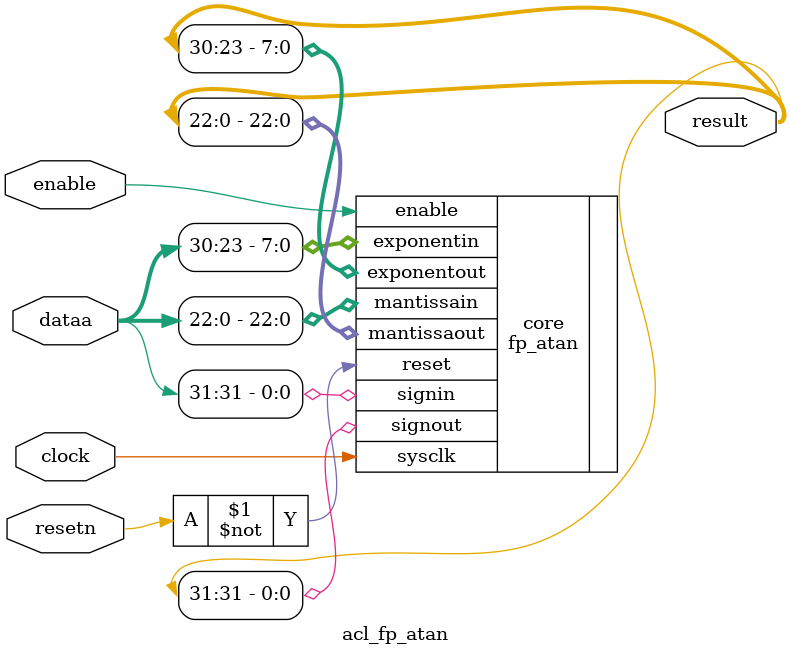
<source format=v>
    


module acl_fp_atan(clock, resetn, enable, dataa, result);
  input clock, resetn, enable;
  input [31:0] dataa;
  output [31:0] result;
  
  fp_atan core(
      .sysclk(clock),
      .reset(~resetn),
      .enable(enable),
      .signin(dataa[31]),
      .exponentin(dataa[30:23]),
      .mantissain(dataa[22:0]),
      .signout(result[31]),
      .exponentout(result[30:23]),
      .mantissaout(result[22:0])
		);

endmodule


</source>
